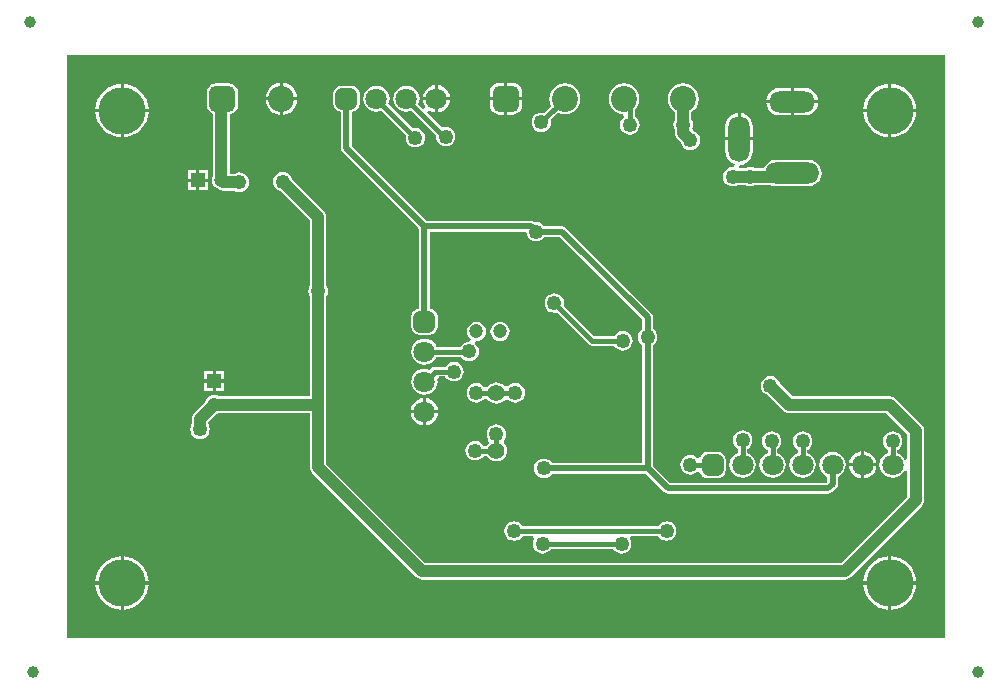
<source format=gbl>
G04*
G04 #@! TF.GenerationSoftware,Altium Limited,Altium Designer,18.1.1 (9)*
G04*
G04 Layer_Physical_Order=2*
G04 Layer_Color=16711680*
%FSLAX42Y42*%
%MOMM*%
G71*
G01*
G75*
%ADD44C,1.20*%
%ADD66C,0.40*%
%ADD67C,0.50*%
%ADD68C,1.00*%
%ADD69C,0.25*%
%ADD71C,1.00*%
%ADD72C,1.40*%
%ADD73C,2.20*%
G04:AMPARAMS|DCode=74|XSize=2.2mm|YSize=2.2mm|CornerRadius=0.55mm|HoleSize=0mm|Usage=FLASHONLY|Rotation=0.000|XOffset=0mm|YOffset=0mm|HoleType=Round|Shape=RoundedRectangle|*
%AMROUNDEDRECTD74*
21,1,2.20,1.10,0,0,0.0*
21,1,1.10,2.20,0,0,0.0*
1,1,1.10,0.55,-0.55*
1,1,1.10,-0.55,-0.55*
1,1,1.10,-0.55,0.55*
1,1,1.10,0.55,0.55*
%
%ADD74ROUNDEDRECTD74*%
%ADD75C,1.80*%
G04:AMPARAMS|DCode=76|XSize=1.8mm|YSize=1.8mm|CornerRadius=0.45mm|HoleSize=0mm|Usage=FLASHONLY|Rotation=0.000|XOffset=0mm|YOffset=0mm|HoleType=Round|Shape=RoundedRectangle|*
%AMROUNDEDRECTD76*
21,1,1.80,0.90,0,0,0.0*
21,1,0.90,1.80,0,0,0.0*
1,1,0.90,0.45,-0.45*
1,1,0.90,-0.45,-0.45*
1,1,0.90,-0.45,0.45*
1,1,0.90,0.45,0.45*
%
%ADD76ROUNDEDRECTD76*%
G04:AMPARAMS|DCode=77|XSize=1.8mm|YSize=1.8mm|CornerRadius=0.45mm|HoleSize=0mm|Usage=FLASHONLY|Rotation=270.000|XOffset=0mm|YOffset=0mm|HoleType=Round|Shape=RoundedRectangle|*
%AMROUNDEDRECTD77*
21,1,1.80,0.90,0,0,270.0*
21,1,0.90,1.80,0,0,270.0*
1,1,0.90,-0.45,-0.45*
1,1,0.90,-0.45,0.45*
1,1,0.90,0.45,0.45*
1,1,0.90,0.45,-0.45*
%
%ADD77ROUNDEDRECTD77*%
%ADD78O,4.60X1.80*%
%ADD79O,1.80X3.90*%
%ADD80O,3.90X1.80*%
%ADD81R,1.20X1.20*%
%ADD82R,1.20X1.20*%
%ADD83C,4.00*%
%ADD84C,1.25*%
%ADD85C,0.40*%
G36*
X7467Y33D02*
X33D01*
Y4967D01*
X7467D01*
Y33D01*
D02*
G37*
%LPC*%
G36*
X3805Y4736D02*
X3763D01*
Y4613D01*
X3886D01*
Y4655D01*
X3883Y4676D01*
X3875Y4696D01*
X3862Y4712D01*
X3846Y4725D01*
X3826Y4733D01*
X3805Y4736D01*
D02*
G37*
G36*
X3737D02*
X3695D01*
X3674Y4733D01*
X3654Y4725D01*
X3638Y4712D01*
X3625Y4696D01*
X3617Y4676D01*
X3614Y4655D01*
Y4613D01*
X3737D01*
Y4736D01*
D02*
G37*
G36*
X3175Y4715D02*
Y4613D01*
X3277D01*
X3274Y4630D01*
X3263Y4658D01*
X3244Y4682D01*
X3220Y4701D01*
X3192Y4712D01*
X3175Y4715D01*
D02*
G37*
G36*
X3149D02*
X3132Y4712D01*
X3104Y4701D01*
X3080Y4682D01*
X3061Y4658D01*
X3050Y4630D01*
X3047Y4613D01*
X3149D01*
Y4715D01*
D02*
G37*
G36*
X1863Y4735D02*
Y4613D01*
X1985D01*
X1982Y4635D01*
X1968Y4668D01*
X1947Y4697D01*
X1918Y4718D01*
X1885Y4732D01*
X1863Y4735D01*
D02*
G37*
G36*
X1837D02*
X1815Y4732D01*
X1782Y4718D01*
X1753Y4697D01*
X1732Y4668D01*
X1718Y4635D01*
X1715Y4613D01*
X1837D01*
Y4735D01*
D02*
G37*
G36*
X6280Y4691D02*
X6188D01*
Y4588D01*
X6395D01*
X6392Y4605D01*
X6381Y4633D01*
X6362Y4657D01*
X6338Y4676D01*
X6310Y4687D01*
X6280Y4691D01*
D02*
G37*
G36*
X6162D02*
X6070D01*
X6040Y4687D01*
X6012Y4676D01*
X5988Y4657D01*
X5969Y4633D01*
X5958Y4605D01*
X5955Y4588D01*
X6162D01*
Y4691D01*
D02*
G37*
G36*
X7013Y4725D02*
Y4513D01*
X7225D01*
X7222Y4544D01*
X7209Y4587D01*
X7188Y4626D01*
X7160Y4660D01*
X7126Y4688D01*
X7087Y4709D01*
X7044Y4722D01*
X7013Y4725D01*
D02*
G37*
G36*
X6987D02*
X6956Y4722D01*
X6913Y4709D01*
X6874Y4688D01*
X6840Y4660D01*
X6812Y4626D01*
X6791Y4587D01*
X6778Y4544D01*
X6775Y4513D01*
X6987D01*
Y4725D01*
D02*
G37*
G36*
X513D02*
Y4513D01*
X725D01*
X722Y4544D01*
X709Y4587D01*
X688Y4626D01*
X660Y4660D01*
X626Y4688D01*
X587Y4709D01*
X544Y4722D01*
X513Y4725D01*
D02*
G37*
G36*
X487D02*
X456Y4722D01*
X413Y4709D01*
X374Y4688D01*
X340Y4660D01*
X312Y4626D01*
X291Y4587D01*
X278Y4544D01*
X275Y4513D01*
X487D01*
Y4725D01*
D02*
G37*
G36*
X3277Y4587D02*
X3175D01*
Y4485D01*
X3192Y4488D01*
X3220Y4499D01*
X3244Y4518D01*
X3263Y4542D01*
X3274Y4570D01*
X3277Y4587D01*
D02*
G37*
G36*
X2908Y4711D02*
X2879Y4707D01*
X2853Y4696D01*
X2830Y4678D01*
X2812Y4655D01*
X2801Y4629D01*
X2797Y4600D01*
X2801Y4571D01*
X2812Y4545D01*
X2830Y4522D01*
X2853Y4504D01*
X2879Y4493D01*
X2908Y4489D01*
X2937Y4493D01*
X2951Y4499D01*
X3158Y4292D01*
X3157Y4280D01*
X3160Y4258D01*
X3168Y4238D01*
X3181Y4221D01*
X3198Y4208D01*
X3218Y4200D01*
X3240Y4197D01*
X3262Y4200D01*
X3282Y4208D01*
X3299Y4221D01*
X3312Y4238D01*
X3320Y4258D01*
X3323Y4280D01*
X3320Y4302D01*
X3312Y4322D01*
X3299Y4339D01*
X3282Y4352D01*
X3262Y4360D01*
X3240Y4363D01*
X3218Y4360D01*
X3209Y4357D01*
X3079Y4487D01*
X3095Y4506D01*
X3104Y4499D01*
X3132Y4488D01*
X3149Y4485D01*
Y4587D01*
X3047D01*
X3050Y4570D01*
X3061Y4542D01*
X3068Y4533D01*
X3049Y4517D01*
X3009Y4557D01*
X3015Y4571D01*
X3019Y4600D01*
X3015Y4629D01*
X3004Y4655D01*
X2986Y4678D01*
X2963Y4696D01*
X2937Y4707D01*
X2908Y4711D01*
D02*
G37*
G36*
X4250Y4731D02*
X4216Y4727D01*
X4184Y4714D01*
X4157Y4693D01*
X4136Y4666D01*
X4123Y4634D01*
X4119Y4600D01*
X4123Y4566D01*
X4134Y4541D01*
X4072Y4480D01*
X4072Y4480D01*
X4050Y4483D01*
X4028Y4480D01*
X4008Y4472D01*
X3991Y4459D01*
X3978Y4442D01*
X3970Y4422D01*
X3967Y4400D01*
X3970Y4378D01*
X3978Y4358D01*
X3991Y4341D01*
X4008Y4328D01*
X4028Y4320D01*
X4050Y4317D01*
X4072Y4320D01*
X4092Y4328D01*
X4109Y4341D01*
X4122Y4358D01*
X4130Y4378D01*
X4133Y4400D01*
X4130Y4422D01*
X4130Y4422D01*
X4191Y4484D01*
X4216Y4473D01*
X4250Y4469D01*
X4284Y4473D01*
X4316Y4486D01*
X4343Y4507D01*
X4364Y4534D01*
X4377Y4566D01*
X4381Y4600D01*
X4377Y4634D01*
X4364Y4666D01*
X4343Y4693D01*
X4316Y4714D01*
X4284Y4727D01*
X4250Y4731D01*
D02*
G37*
G36*
X1985Y4587D02*
X1863D01*
Y4465D01*
X1885Y4468D01*
X1918Y4482D01*
X1947Y4503D01*
X1968Y4532D01*
X1982Y4565D01*
X1985Y4587D01*
D02*
G37*
G36*
X1837D02*
X1715D01*
X1718Y4565D01*
X1732Y4532D01*
X1753Y4503D01*
X1782Y4482D01*
X1815Y4468D01*
X1837Y4465D01*
Y4587D01*
D02*
G37*
G36*
X3886D02*
X3763D01*
Y4464D01*
X3805D01*
X3826Y4467D01*
X3846Y4475D01*
X3862Y4488D01*
X3875Y4504D01*
X3883Y4524D01*
X3886Y4545D01*
Y4587D01*
D02*
G37*
G36*
X3737D02*
X3614D01*
Y4545D01*
X3617Y4524D01*
X3625Y4504D01*
X3638Y4488D01*
X3654Y4475D01*
X3674Y4467D01*
X3695Y4464D01*
X3737D01*
Y4587D01*
D02*
G37*
G36*
X6395Y4562D02*
X6188D01*
Y4459D01*
X6280D01*
X6310Y4463D01*
X6338Y4474D01*
X6362Y4493D01*
X6381Y4517D01*
X6392Y4545D01*
X6395Y4562D01*
D02*
G37*
G36*
X6162D02*
X5955D01*
X5958Y4545D01*
X5969Y4517D01*
X5988Y4493D01*
X6012Y4474D01*
X6040Y4463D01*
X6070Y4459D01*
X6162D01*
Y4562D01*
D02*
G37*
G36*
X4750Y4731D02*
X4716Y4727D01*
X4684Y4714D01*
X4657Y4693D01*
X4636Y4666D01*
X4623Y4634D01*
X4619Y4600D01*
X4623Y4566D01*
X4636Y4534D01*
X4657Y4507D01*
X4684Y4486D01*
X4716Y4473D01*
X4741Y4470D01*
X4749Y4445D01*
X4741Y4439D01*
X4728Y4422D01*
X4720Y4402D01*
X4717Y4380D01*
X4720Y4358D01*
X4728Y4338D01*
X4741Y4321D01*
X4758Y4308D01*
X4778Y4300D01*
X4800Y4297D01*
X4822Y4300D01*
X4842Y4308D01*
X4859Y4321D01*
X4872Y4338D01*
X4880Y4358D01*
X4883Y4380D01*
X4880Y4402D01*
X4872Y4422D01*
X4859Y4439D01*
X4842Y4452D01*
X4841Y4452D01*
Y4506D01*
X4843Y4507D01*
X4864Y4534D01*
X4877Y4566D01*
X4881Y4600D01*
X4877Y4634D01*
X4864Y4666D01*
X4843Y4693D01*
X4816Y4714D01*
X4784Y4727D01*
X4750Y4731D01*
D02*
G37*
G36*
X7225Y4487D02*
X7013D01*
Y4275D01*
X7044Y4278D01*
X7087Y4291D01*
X7126Y4312D01*
X7160Y4340D01*
X7188Y4374D01*
X7209Y4413D01*
X7222Y4456D01*
X7225Y4487D01*
D02*
G37*
G36*
X6987D02*
X6775D01*
X6778Y4456D01*
X6791Y4413D01*
X6812Y4374D01*
X6840Y4340D01*
X6874Y4312D01*
X6913Y4291D01*
X6956Y4278D01*
X6987Y4275D01*
Y4487D01*
D02*
G37*
G36*
X725D02*
X513D01*
Y4275D01*
X544Y4278D01*
X587Y4291D01*
X626Y4312D01*
X660Y4340D01*
X688Y4374D01*
X709Y4413D01*
X722Y4456D01*
X725Y4487D01*
D02*
G37*
G36*
X487D02*
X275D01*
X278Y4456D01*
X291Y4413D01*
X312Y4374D01*
X340Y4340D01*
X374Y4312D01*
X413Y4291D01*
X456Y4278D01*
X487Y4275D01*
Y4487D01*
D02*
G37*
G36*
X5738Y4480D02*
Y4273D01*
X5841D01*
Y4365D01*
X5837Y4395D01*
X5826Y4423D01*
X5807Y4447D01*
X5783Y4466D01*
X5755Y4477D01*
X5738Y4480D01*
D02*
G37*
G36*
X5712Y4480D02*
X5695Y4477D01*
X5667Y4466D01*
X5643Y4447D01*
X5624Y4423D01*
X5613Y4395D01*
X5609Y4365D01*
Y4273D01*
X5712D01*
Y4480D01*
D02*
G37*
G36*
X2654Y4711D02*
X2625Y4707D01*
X2599Y4696D01*
X2576Y4678D01*
X2558Y4655D01*
X2547Y4629D01*
X2543Y4600D01*
X2547Y4571D01*
X2558Y4545D01*
X2576Y4522D01*
X2599Y4504D01*
X2625Y4493D01*
X2654Y4489D01*
X2683Y4493D01*
X2697Y4499D01*
X2904Y4292D01*
X2904Y4292D01*
X2901Y4270D01*
X2904Y4248D01*
X2912Y4228D01*
X2925Y4211D01*
X2942Y4198D01*
X2962Y4190D01*
X2984Y4187D01*
X3006Y4190D01*
X3026Y4198D01*
X3043Y4211D01*
X3056Y4228D01*
X3064Y4248D01*
X3067Y4270D01*
X3064Y4292D01*
X3056Y4312D01*
X3043Y4329D01*
X3026Y4342D01*
X3006Y4350D01*
X2984Y4353D01*
X2962Y4350D01*
X2962Y4350D01*
X2755Y4557D01*
X2761Y4571D01*
X2765Y4600D01*
X2761Y4629D01*
X2750Y4655D01*
X2732Y4678D01*
X2709Y4696D01*
X2683Y4707D01*
X2654Y4711D01*
D02*
G37*
G36*
X5250Y4731D02*
X5216Y4727D01*
X5184Y4714D01*
X5157Y4693D01*
X5136Y4666D01*
X5123Y4634D01*
X5119Y4600D01*
X5123Y4566D01*
X5136Y4534D01*
X5157Y4507D01*
X5179Y4490D01*
Y4424D01*
X5178Y4422D01*
X5170Y4402D01*
X5167Y4380D01*
X5170Y4358D01*
X5178Y4338D01*
X5179Y4336D01*
Y4310D01*
X5182Y4292D01*
X5189Y4275D01*
X5200Y4260D01*
X5229Y4231D01*
X5230Y4228D01*
X5238Y4208D01*
X5251Y4191D01*
X5268Y4178D01*
X5288Y4170D01*
X5310Y4167D01*
X5332Y4170D01*
X5352Y4178D01*
X5369Y4191D01*
X5382Y4208D01*
X5390Y4228D01*
X5393Y4250D01*
X5390Y4272D01*
X5382Y4292D01*
X5369Y4309D01*
X5352Y4322D01*
X5343Y4326D01*
X5331Y4333D01*
X5329Y4354D01*
X5330Y4358D01*
X5333Y4380D01*
X5330Y4402D01*
X5322Y4422D01*
X5321Y4424D01*
Y4490D01*
X5343Y4507D01*
X5364Y4534D01*
X5377Y4566D01*
X5381Y4600D01*
X5377Y4634D01*
X5364Y4666D01*
X5343Y4693D01*
X5316Y4714D01*
X5284Y4727D01*
X5250Y4731D01*
D02*
G37*
G36*
X5841Y4247D02*
X5725D01*
X5609D01*
Y4155D01*
X5613Y4125D01*
X5624Y4097D01*
X5643Y4073D01*
X5667Y4054D01*
X5683Y4047D01*
X5686Y4046D01*
X5681Y4029D01*
D01*
X5679Y4022D01*
X5677Y4022D01*
X5670Y4023D01*
X5648Y4020D01*
X5628Y4012D01*
X5611Y3999D01*
X5598Y3982D01*
X5590Y3962D01*
X5587Y3940D01*
X5590Y3918D01*
X5598Y3898D01*
X5611Y3881D01*
X5628Y3868D01*
X5648Y3860D01*
X5670Y3857D01*
X5692Y3860D01*
X5712Y3868D01*
X5714Y3869D01*
X5776D01*
X5778Y3868D01*
X5798Y3860D01*
X5820Y3857D01*
X5842Y3860D01*
X5862Y3868D01*
X5864Y3869D01*
X5990D01*
X6006Y3863D01*
X6035Y3859D01*
X6315D01*
X6344Y3863D01*
X6370Y3874D01*
X6393Y3892D01*
X6411Y3915D01*
X6422Y3941D01*
X6426Y3970D01*
X6422Y3999D01*
X6411Y4025D01*
X6393Y4048D01*
X6370Y4066D01*
X6344Y4077D01*
X6315Y4081D01*
X6035D01*
X6006Y4077D01*
X5980Y4066D01*
X5957Y4048D01*
X5939Y4025D01*
X5933Y4011D01*
X5864D01*
X5862Y4012D01*
X5842Y4020D01*
X5820Y4023D01*
X5798Y4020D01*
X5778Y4012D01*
X5776Y4011D01*
X5725D01*
X5722Y4014D01*
X5723Y4022D01*
X5732Y4040D01*
X5755Y4043D01*
X5783Y4054D01*
X5807Y4073D01*
X5826Y4097D01*
X5837Y4125D01*
X5841Y4155D01*
Y4247D01*
D02*
G37*
G36*
X1225Y3995D02*
X1153D01*
Y3923D01*
X1225D01*
Y3995D01*
D02*
G37*
G36*
X1127D02*
X1055D01*
Y3923D01*
X1127D01*
Y3995D01*
D02*
G37*
G36*
X1225Y3897D02*
X1153D01*
Y3825D01*
X1225D01*
Y3897D01*
D02*
G37*
G36*
X1127D02*
X1055D01*
Y3825D01*
X1127D01*
Y3897D01*
D02*
G37*
G36*
X1405Y4731D02*
X1295D01*
X1275Y4728D01*
X1257Y4721D01*
X1242Y4708D01*
X1229Y4693D01*
X1222Y4675D01*
X1219Y4655D01*
Y4545D01*
X1222Y4525D01*
X1229Y4507D01*
X1242Y4492D01*
X1257Y4479D01*
X1269Y4474D01*
Y3949D01*
X1262Y3931D01*
X1259Y3910D01*
X1262Y3889D01*
X1270Y3870D01*
X1283Y3853D01*
X1300Y3840D01*
X1319Y3832D01*
X1322Y3832D01*
X1322Y3831D01*
X1339Y3824D01*
X1357Y3822D01*
X1448D01*
X1450Y3820D01*
X1470Y3812D01*
X1491Y3809D01*
X1513Y3812D01*
X1533Y3820D01*
X1550Y3834D01*
X1563Y3851D01*
X1572Y3871D01*
X1574Y3892D01*
X1572Y3914D01*
X1563Y3934D01*
X1550Y3951D01*
X1533Y3965D01*
X1513Y3973D01*
X1491Y3976D01*
X1470Y3973D01*
X1450Y3965D01*
X1448Y3963D01*
X1411D01*
Y4470D01*
X1425Y4472D01*
X1443Y4479D01*
X1458Y4492D01*
X1471Y4507D01*
X1478Y4525D01*
X1481Y4545D01*
Y4655D01*
X1478Y4675D01*
X1471Y4693D01*
X1458Y4708D01*
X1443Y4721D01*
X1425Y4728D01*
X1405Y4731D01*
D02*
G37*
G36*
X3700Y2711D02*
X3679Y2708D01*
X3660Y2700D01*
X3643Y2687D01*
X3630Y2670D01*
X3622Y2651D01*
X3619Y2630D01*
X3622Y2609D01*
X3630Y2590D01*
X3643Y2573D01*
X3660Y2560D01*
X3679Y2552D01*
X3700Y2549D01*
X3721Y2552D01*
X3740Y2560D01*
X3757Y2573D01*
X3770Y2590D01*
X3778Y2609D01*
X3781Y2630D01*
X3778Y2651D01*
X3770Y2670D01*
X3757Y2687D01*
X3740Y2700D01*
X3721Y2708D01*
X3700Y2711D01*
D02*
G37*
G36*
X3500D02*
X3479Y2708D01*
X3460Y2700D01*
X3443Y2687D01*
X3430Y2670D01*
X3422Y2651D01*
X3419Y2630D01*
X3422Y2609D01*
X3430Y2590D01*
X3443Y2573D01*
X3451Y2567D01*
X3441Y2543D01*
X3440Y2543D01*
X3418Y2540D01*
X3398Y2532D01*
X3381Y2519D01*
X3368Y2502D01*
X3367Y2499D01*
X3162D01*
X3156Y2513D01*
X3138Y2536D01*
X3115Y2554D01*
X3089Y2565D01*
X3060Y2569D01*
X3031Y2565D01*
X3005Y2554D01*
X2982Y2536D01*
X2964Y2513D01*
X2953Y2487D01*
X2949Y2458D01*
X2953Y2429D01*
X2964Y2403D01*
X2982Y2380D01*
X3005Y2362D01*
X3031Y2351D01*
X3060Y2347D01*
X3089Y2351D01*
X3115Y2362D01*
X3138Y2380D01*
X3156Y2403D01*
X3162Y2417D01*
X3369D01*
X3381Y2401D01*
X3398Y2388D01*
X3418Y2380D01*
X3440Y2377D01*
X3462Y2380D01*
X3482Y2388D01*
X3499Y2401D01*
X3512Y2418D01*
X3520Y2438D01*
X3523Y2460D01*
X3520Y2482D01*
X3512Y2502D01*
X3499Y2519D01*
X3490Y2525D01*
X3500Y2549D01*
X3500Y2549D01*
X3521Y2552D01*
X3540Y2560D01*
X3557Y2573D01*
X3570Y2590D01*
X3578Y2609D01*
X3581Y2630D01*
X3578Y2651D01*
X3570Y2670D01*
X3557Y2687D01*
X3540Y2700D01*
X3521Y2708D01*
X3500Y2711D01*
D02*
G37*
G36*
X4160Y2953D02*
X4138Y2950D01*
X4118Y2942D01*
X4101Y2929D01*
X4088Y2912D01*
X4080Y2892D01*
X4077Y2870D01*
X4080Y2848D01*
X4088Y2828D01*
X4101Y2811D01*
X4118Y2798D01*
X4138Y2790D01*
X4160Y2787D01*
X4182Y2790D01*
X4182Y2790D01*
X4451Y2521D01*
X4464Y2512D01*
X4480Y2509D01*
X4480Y2509D01*
X4668D01*
X4668Y2508D01*
X4681Y2491D01*
X4698Y2478D01*
X4718Y2470D01*
X4740Y2467D01*
X4762Y2470D01*
X4782Y2478D01*
X4799Y2491D01*
X4812Y2508D01*
X4820Y2528D01*
X4823Y2550D01*
X4820Y2572D01*
X4812Y2592D01*
X4799Y2609D01*
X4782Y2622D01*
X4762Y2630D01*
X4740Y2633D01*
X4718Y2630D01*
X4698Y2622D01*
X4681Y2609D01*
X4668Y2592D01*
X4668Y2591D01*
X4497D01*
X4240Y2848D01*
X4240Y2848D01*
X4243Y2870D01*
X4240Y2892D01*
X4232Y2912D01*
X4219Y2929D01*
X4202Y2942D01*
X4182Y2950D01*
X4160Y2953D01*
D02*
G37*
G36*
X3310Y2373D02*
X3288Y2370D01*
X3268Y2362D01*
X3251Y2349D01*
X3238Y2332D01*
X3238Y2331D01*
X3146D01*
X3146Y2331D01*
X3130Y2328D01*
X3117Y2319D01*
X3117Y2319D01*
X3103Y2305D01*
X3089Y2311D01*
X3060Y2315D01*
X3031Y2311D01*
X3005Y2300D01*
X2982Y2282D01*
X2964Y2259D01*
X2953Y2233D01*
X2949Y2204D01*
X2953Y2175D01*
X2964Y2149D01*
X2982Y2126D01*
X3005Y2108D01*
X3031Y2097D01*
X3060Y2093D01*
X3089Y2097D01*
X3115Y2108D01*
X3138Y2126D01*
X3156Y2149D01*
X3167Y2175D01*
X3171Y2204D01*
X3168Y2224D01*
X3181Y2244D01*
X3187Y2249D01*
X3238D01*
X3238Y2248D01*
X3251Y2231D01*
X3268Y2218D01*
X3288Y2210D01*
X3310Y2207D01*
X3332Y2210D01*
X3352Y2218D01*
X3369Y2231D01*
X3382Y2248D01*
X3390Y2268D01*
X3393Y2290D01*
X3390Y2312D01*
X3382Y2332D01*
X3369Y2349D01*
X3352Y2362D01*
X3332Y2370D01*
X3310Y2373D01*
D02*
G37*
G36*
X1365Y2295D02*
X1293D01*
Y2223D01*
X1365D01*
Y2295D01*
D02*
G37*
G36*
X1267D02*
X1195D01*
Y2223D01*
X1267D01*
Y2295D01*
D02*
G37*
G36*
X3670Y2199D02*
X3647Y2196D01*
X3625Y2187D01*
X3606Y2172D01*
X3596Y2159D01*
X3589Y2157D01*
X3576Y2157D01*
X3567Y2159D01*
X3559Y2169D01*
X3542Y2182D01*
X3522Y2190D01*
X3500Y2193D01*
X3478Y2190D01*
X3458Y2182D01*
X3441Y2169D01*
X3428Y2152D01*
X3420Y2132D01*
X3417Y2110D01*
X3420Y2088D01*
X3428Y2068D01*
X3441Y2051D01*
X3458Y2038D01*
X3478Y2030D01*
X3500Y2027D01*
X3522Y2030D01*
X3542Y2038D01*
X3559Y2051D01*
X3566Y2061D01*
X3577Y2062D01*
X3593Y2060D01*
X3606Y2044D01*
X3625Y2029D01*
X3647Y2020D01*
X3670Y2017D01*
X3693Y2020D01*
X3715Y2029D01*
X3734Y2044D01*
X3740Y2051D01*
X3769Y2053D01*
X3771Y2052D01*
X3771Y2051D01*
X3788Y2038D01*
X3808Y2030D01*
X3830Y2027D01*
X3852Y2030D01*
X3872Y2038D01*
X3889Y2051D01*
X3902Y2068D01*
X3910Y2088D01*
X3913Y2110D01*
X3910Y2132D01*
X3902Y2152D01*
X3889Y2169D01*
X3872Y2182D01*
X3852Y2190D01*
X3830Y2193D01*
X3808Y2190D01*
X3788Y2182D01*
X3771Y2169D01*
X3769Y2166D01*
X3738Y2167D01*
X3734Y2172D01*
X3715Y2187D01*
X3693Y2196D01*
X3670Y2199D01*
D02*
G37*
G36*
X1365Y2197D02*
X1293D01*
Y2125D01*
X1365D01*
Y2197D01*
D02*
G37*
G36*
X1267D02*
X1195D01*
Y2125D01*
X1267D01*
Y2197D01*
D02*
G37*
G36*
X1859Y3983D02*
X1838Y3980D01*
X1818Y3972D01*
X1801Y3958D01*
X1787Y3941D01*
X1779Y3921D01*
X1776Y3899D01*
X1779Y3878D01*
X1787Y3858D01*
X1801Y3841D01*
X1818Y3827D01*
X1838Y3819D01*
X1840Y3819D01*
X2089Y3570D01*
Y3013D01*
X2087Y3011D01*
X2079Y2991D01*
X2076Y2969D01*
X2079Y2948D01*
X2087Y2928D01*
X2089Y2926D01*
Y2081D01*
X1319D01*
X1301Y2088D01*
X1280Y2091D01*
X1259Y2088D01*
X1240Y2080D01*
X1223Y2067D01*
X1210Y2050D01*
X1203Y2033D01*
X1110Y1940D01*
X1099Y1925D01*
X1092Y1908D01*
X1089Y1890D01*
Y1844D01*
X1088Y1842D01*
X1080Y1822D01*
X1077Y1800D01*
X1080Y1778D01*
X1088Y1758D01*
X1101Y1741D01*
X1118Y1728D01*
X1138Y1720D01*
X1160Y1717D01*
X1182Y1720D01*
X1202Y1728D01*
X1219Y1741D01*
X1232Y1758D01*
X1240Y1778D01*
X1243Y1800D01*
X1240Y1822D01*
X1232Y1842D01*
X1231Y1844D01*
Y1861D01*
X1303Y1933D01*
X1319Y1939D01*
X2089D01*
Y1480D01*
X2091Y1462D01*
X2098Y1445D01*
X2110Y1430D01*
X2990Y550D01*
X3004Y539D01*
X3021Y532D01*
X3040Y529D01*
X6620D01*
X6638Y532D01*
X6655Y539D01*
X6670Y550D01*
X7270Y1150D01*
X7281Y1165D01*
X7288Y1182D01*
X7291Y1200D01*
Y1790D01*
X7288Y1808D01*
X7281Y1825D01*
X7270Y1840D01*
X7050Y2060D01*
X7035Y2071D01*
X7018Y2078D01*
X7000Y2081D01*
X6179D01*
X6071Y2189D01*
X6070Y2192D01*
X6062Y2212D01*
X6049Y2229D01*
X6032Y2242D01*
X6012Y2250D01*
X5990Y2253D01*
X5968Y2250D01*
X5948Y2242D01*
X5931Y2229D01*
X5918Y2212D01*
X5910Y2192D01*
X5907Y2170D01*
X5910Y2148D01*
X5918Y2128D01*
X5931Y2111D01*
X5948Y2098D01*
X5968Y2090D01*
X5971Y2089D01*
X6100Y1960D01*
X6115Y1949D01*
X6132Y1942D01*
X6150Y1939D01*
X6971D01*
X7149Y1761D01*
Y1550D01*
X7124Y1545D01*
X7120Y1555D01*
X7102Y1578D01*
X7079Y1596D01*
X7065Y1602D01*
Y1628D01*
X7066Y1628D01*
X7083Y1641D01*
X7096Y1658D01*
X7104Y1678D01*
X7107Y1700D01*
X7104Y1722D01*
X7096Y1742D01*
X7083Y1759D01*
X7066Y1772D01*
X7046Y1780D01*
X7024Y1783D01*
X7002Y1780D01*
X6982Y1772D01*
X6965Y1759D01*
X6952Y1742D01*
X6944Y1722D01*
X6941Y1700D01*
X6944Y1678D01*
X6952Y1658D01*
X6965Y1641D01*
X6982Y1628D01*
X6983Y1628D01*
Y1602D01*
X6969Y1596D01*
X6946Y1578D01*
X6928Y1555D01*
X6917Y1529D01*
X6913Y1500D01*
X6917Y1471D01*
X6928Y1445D01*
X6946Y1422D01*
X6969Y1404D01*
X6995Y1393D01*
X7024Y1389D01*
X7053Y1393D01*
X7079Y1404D01*
X7102Y1422D01*
X7120Y1445D01*
X7124Y1455D01*
X7149Y1450D01*
Y1229D01*
X6591Y671D01*
X3069D01*
X2230Y1509D01*
Y2926D01*
X2232Y2928D01*
X2240Y2948D01*
X2243Y2969D01*
X2240Y2991D01*
X2232Y3011D01*
X2230Y3013D01*
Y3599D01*
X2228Y3618D01*
X2221Y3635D01*
X2209Y3649D01*
X1940Y3919D01*
X1940Y3921D01*
X1932Y3941D01*
X1918Y3958D01*
X1901Y3972D01*
X1881Y3980D01*
X1859Y3983D01*
D02*
G37*
G36*
X3073Y2065D02*
Y1963D01*
X3175D01*
X3172Y1980D01*
X3161Y2008D01*
X3142Y2032D01*
X3118Y2051D01*
X3090Y2062D01*
X3073Y2065D01*
D02*
G37*
G36*
X3047Y2065D02*
X3030Y2062D01*
X3002Y2051D01*
X2978Y2032D01*
X2959Y2008D01*
X2948Y1980D01*
X2945Y1963D01*
X3047D01*
Y2065D01*
D02*
G37*
G36*
X3175Y1937D02*
X3073D01*
Y1835D01*
X3090Y1838D01*
X3118Y1849D01*
X3142Y1868D01*
X3161Y1892D01*
X3172Y1920D01*
X3175Y1937D01*
D02*
G37*
G36*
X3047D02*
X2945D01*
X2948Y1920D01*
X2959Y1892D01*
X2978Y1868D01*
X3002Y1849D01*
X3030Y1838D01*
X3047Y1835D01*
Y1937D01*
D02*
G37*
G36*
X3670Y1843D02*
X3648Y1840D01*
X3628Y1832D01*
X3611Y1819D01*
X3598Y1802D01*
X3590Y1782D01*
X3587Y1760D01*
X3590Y1738D01*
X3598Y1718D01*
X3602Y1713D01*
X3606Y1684D01*
X3591Y1665D01*
X3589Y1661D01*
X3562D01*
X3562Y1662D01*
X3549Y1679D01*
X3532Y1692D01*
X3512Y1700D01*
X3490Y1703D01*
X3468Y1700D01*
X3448Y1692D01*
X3431Y1679D01*
X3418Y1662D01*
X3410Y1642D01*
X3407Y1620D01*
X3410Y1598D01*
X3418Y1578D01*
X3431Y1561D01*
X3448Y1548D01*
X3468Y1540D01*
X3490Y1537D01*
X3512Y1540D01*
X3532Y1548D01*
X3549Y1561D01*
X3562Y1578D01*
X3562Y1579D01*
X3589D01*
X3591Y1575D01*
X3606Y1556D01*
X3625Y1541D01*
X3647Y1532D01*
X3670Y1529D01*
X3693Y1532D01*
X3715Y1541D01*
X3734Y1556D01*
X3749Y1575D01*
X3758Y1597D01*
X3761Y1620D01*
X3758Y1643D01*
X3749Y1665D01*
X3734Y1684D01*
X3738Y1713D01*
X3742Y1718D01*
X3750Y1738D01*
X3753Y1760D01*
X3750Y1782D01*
X3742Y1802D01*
X3729Y1819D01*
X3712Y1832D01*
X3692Y1840D01*
X3670Y1843D01*
D02*
G37*
G36*
X5545Y1611D02*
X5455D01*
X5438Y1608D01*
X5422Y1602D01*
X5409Y1591D01*
X5398Y1578D01*
X5394Y1567D01*
X5376Y1561D01*
X5366Y1561D01*
X5352Y1572D01*
X5332Y1580D01*
X5310Y1583D01*
X5288Y1580D01*
X5268Y1572D01*
X5251Y1559D01*
X5238Y1542D01*
X5230Y1522D01*
X5227Y1500D01*
X5230Y1478D01*
X5238Y1458D01*
X5251Y1441D01*
X5268Y1428D01*
X5288Y1420D01*
X5310Y1417D01*
X5332Y1420D01*
X5352Y1428D01*
X5366Y1439D01*
X5376Y1439D01*
X5394Y1433D01*
X5398Y1422D01*
X5409Y1409D01*
X5422Y1398D01*
X5438Y1392D01*
X5455Y1389D01*
X5545D01*
X5562Y1392D01*
X5578Y1398D01*
X5591Y1409D01*
X5602Y1422D01*
X5608Y1438D01*
X5611Y1455D01*
Y1545D01*
X5608Y1562D01*
X5602Y1578D01*
X5591Y1591D01*
X5578Y1602D01*
X5562Y1608D01*
X5545Y1611D01*
D02*
G37*
G36*
X2445Y4711D02*
X2355D01*
X2338Y4708D01*
X2322Y4702D01*
X2309Y4691D01*
X2298Y4678D01*
X2292Y4662D01*
X2289Y4645D01*
Y4555D01*
X2292Y4538D01*
X2298Y4522D01*
X2309Y4509D01*
X2322Y4498D01*
X2338Y4492D01*
X2354Y4490D01*
Y4180D01*
X2358Y4162D01*
X2368Y4148D01*
X3014Y3501D01*
Y2822D01*
X2998Y2820D01*
X2982Y2814D01*
X2969Y2803D01*
X2958Y2790D01*
X2952Y2774D01*
X2949Y2757D01*
Y2667D01*
X2952Y2650D01*
X2958Y2634D01*
X2969Y2621D01*
X2982Y2610D01*
X2998Y2604D01*
X3015Y2601D01*
X3105D01*
X3122Y2604D01*
X3138Y2610D01*
X3151Y2621D01*
X3162Y2634D01*
X3168Y2650D01*
X3171Y2667D01*
Y2757D01*
X3168Y2774D01*
X3162Y2790D01*
X3151Y2803D01*
X3138Y2814D01*
X3122Y2820D01*
X3106Y2822D01*
Y3474D01*
X3922D01*
X3925Y3453D01*
X3933Y3433D01*
X3946Y3416D01*
X3963Y3403D01*
X3983Y3395D01*
X4005Y3392D01*
X4027Y3395D01*
X4047Y3403D01*
X4064Y3416D01*
X4074Y3429D01*
X4206D01*
X4904Y2731D01*
Y2649D01*
X4891Y2639D01*
X4878Y2622D01*
X4870Y2602D01*
X4867Y2580D01*
X4870Y2558D01*
X4878Y2538D01*
X4891Y2521D01*
X4904Y2511D01*
Y1516D01*
X4139D01*
X4129Y1529D01*
X4112Y1542D01*
X4092Y1550D01*
X4070Y1553D01*
X4048Y1550D01*
X4028Y1542D01*
X4011Y1529D01*
X3998Y1512D01*
X3990Y1492D01*
X3987Y1470D01*
X3990Y1448D01*
X3998Y1428D01*
X4011Y1411D01*
X4028Y1398D01*
X4048Y1390D01*
X4070Y1387D01*
X4092Y1390D01*
X4112Y1398D01*
X4129Y1411D01*
X4139Y1424D01*
X4931D01*
X5088Y1268D01*
X5102Y1258D01*
X5120Y1254D01*
X6480D01*
X6498Y1258D01*
X6512Y1268D01*
X6548Y1304D01*
X6558Y1318D01*
X6562Y1336D01*
Y1400D01*
X6571Y1404D01*
X6594Y1422D01*
X6612Y1445D01*
X6623Y1471D01*
X6627Y1500D01*
X6623Y1529D01*
X6612Y1555D01*
X6594Y1578D01*
X6571Y1596D01*
X6545Y1607D01*
X6516Y1611D01*
X6487Y1607D01*
X6461Y1596D01*
X6438Y1578D01*
X6420Y1555D01*
X6409Y1529D01*
X6405Y1500D01*
X6409Y1471D01*
X6420Y1445D01*
X6438Y1422D01*
X6461Y1404D01*
X6470Y1400D01*
Y1355D01*
X6461Y1346D01*
X5139D01*
X4996Y1489D01*
Y2511D01*
X5009Y2521D01*
X5022Y2538D01*
X5030Y2558D01*
X5033Y2580D01*
X5030Y2602D01*
X5022Y2622D01*
X5009Y2639D01*
X4996Y2649D01*
Y2750D01*
X4992Y2768D01*
X4982Y2782D01*
X4257Y3507D01*
X4243Y3517D01*
X4225Y3521D01*
X4074D01*
X4064Y3534D01*
X4047Y3547D01*
X4027Y3555D01*
X4005Y3558D01*
X3987Y3556D01*
X3978Y3562D01*
X3960Y3566D01*
X3079D01*
X2446Y4199D01*
Y4490D01*
X2462Y4492D01*
X2478Y4498D01*
X2491Y4509D01*
X2502Y4522D01*
X2508Y4538D01*
X2511Y4555D01*
Y4645D01*
X2508Y4662D01*
X2502Y4678D01*
X2491Y4691D01*
X2478Y4702D01*
X2462Y4708D01*
X2445Y4711D01*
D02*
G37*
G36*
X6783Y1615D02*
Y1513D01*
X6885D01*
X6882Y1530D01*
X6871Y1558D01*
X6852Y1582D01*
X6828Y1601D01*
X6800Y1612D01*
X6783Y1615D01*
D02*
G37*
G36*
X6757D02*
X6740Y1612D01*
X6712Y1601D01*
X6688Y1582D01*
X6669Y1558D01*
X6658Y1530D01*
X6655Y1513D01*
X6757D01*
Y1615D01*
D02*
G37*
G36*
X6262Y1783D02*
X6240Y1780D01*
X6220Y1772D01*
X6203Y1759D01*
X6190Y1742D01*
X6182Y1722D01*
X6179Y1700D01*
X6182Y1678D01*
X6190Y1658D01*
X6203Y1641D01*
X6220Y1628D01*
X6221Y1628D01*
Y1602D01*
X6207Y1596D01*
X6184Y1578D01*
X6166Y1555D01*
X6155Y1529D01*
X6151Y1500D01*
X6155Y1471D01*
X6166Y1445D01*
X6184Y1422D01*
X6207Y1404D01*
X6233Y1393D01*
X6262Y1389D01*
X6291Y1393D01*
X6317Y1404D01*
X6340Y1422D01*
X6358Y1445D01*
X6369Y1471D01*
X6373Y1500D01*
X6369Y1529D01*
X6358Y1555D01*
X6340Y1578D01*
X6317Y1596D01*
X6303Y1602D01*
Y1628D01*
X6304Y1628D01*
X6321Y1641D01*
X6334Y1658D01*
X6342Y1678D01*
X6345Y1700D01*
X6342Y1722D01*
X6334Y1742D01*
X6321Y1759D01*
X6304Y1772D01*
X6284Y1780D01*
X6262Y1783D01*
D02*
G37*
G36*
X6000D02*
X5978Y1780D01*
X5958Y1772D01*
X5941Y1759D01*
X5928Y1742D01*
X5920Y1722D01*
X5917Y1700D01*
X5920Y1678D01*
X5928Y1658D01*
X5941Y1641D01*
X5958Y1628D01*
X5965Y1625D01*
Y1601D01*
X5953Y1596D01*
X5930Y1578D01*
X5912Y1555D01*
X5901Y1529D01*
X5897Y1500D01*
X5901Y1471D01*
X5912Y1445D01*
X5930Y1422D01*
X5953Y1404D01*
X5979Y1393D01*
X6008Y1389D01*
X6037Y1393D01*
X6063Y1404D01*
X6086Y1422D01*
X6104Y1445D01*
X6115Y1471D01*
X6119Y1500D01*
X6115Y1529D01*
X6104Y1555D01*
X6086Y1578D01*
X6063Y1596D01*
X6049Y1602D01*
Y1633D01*
X6059Y1641D01*
X6072Y1658D01*
X6080Y1678D01*
X6083Y1700D01*
X6080Y1722D01*
X6072Y1742D01*
X6059Y1759D01*
X6042Y1772D01*
X6022Y1780D01*
X6000Y1783D01*
D02*
G37*
G36*
X5754Y1793D02*
X5732Y1790D01*
X5712Y1782D01*
X5695Y1769D01*
X5682Y1752D01*
X5674Y1732D01*
X5671Y1710D01*
X5674Y1688D01*
X5682Y1668D01*
X5695Y1651D01*
X5712Y1638D01*
X5713Y1638D01*
Y1602D01*
X5699Y1596D01*
X5676Y1578D01*
X5658Y1555D01*
X5647Y1529D01*
X5643Y1500D01*
X5647Y1471D01*
X5658Y1445D01*
X5676Y1422D01*
X5699Y1404D01*
X5725Y1393D01*
X5754Y1389D01*
X5783Y1393D01*
X5809Y1404D01*
X5832Y1422D01*
X5850Y1445D01*
X5861Y1471D01*
X5865Y1500D01*
X5861Y1529D01*
X5850Y1555D01*
X5832Y1578D01*
X5809Y1596D01*
X5795Y1602D01*
Y1638D01*
X5796Y1638D01*
X5813Y1651D01*
X5826Y1668D01*
X5834Y1688D01*
X5837Y1710D01*
X5834Y1732D01*
X5826Y1752D01*
X5813Y1769D01*
X5796Y1782D01*
X5776Y1790D01*
X5754Y1793D01*
D02*
G37*
G36*
X6885Y1487D02*
X6783D01*
Y1385D01*
X6800Y1388D01*
X6828Y1399D01*
X6852Y1418D01*
X6871Y1442D01*
X6882Y1470D01*
X6885Y1487D01*
D02*
G37*
G36*
X6757D02*
X6655D01*
X6658Y1470D01*
X6669Y1442D01*
X6688Y1418D01*
X6712Y1399D01*
X6740Y1388D01*
X6757Y1385D01*
Y1487D01*
D02*
G37*
G36*
X5110Y1023D02*
X5088Y1020D01*
X5068Y1012D01*
X5051Y999D01*
X5038Y982D01*
X5038Y981D01*
X3892D01*
X3892Y982D01*
X3879Y999D01*
X3862Y1012D01*
X3842Y1020D01*
X3820Y1023D01*
X3798Y1020D01*
X3778Y1012D01*
X3761Y999D01*
X3748Y982D01*
X3740Y962D01*
X3737Y940D01*
X3740Y918D01*
X3748Y898D01*
X3761Y881D01*
X3778Y868D01*
X3798Y860D01*
X3820Y857D01*
X3842Y860D01*
X3862Y868D01*
X3879Y881D01*
X3892Y898D01*
X3892Y899D01*
X3978D01*
X3990Y874D01*
X3988Y872D01*
X3980Y852D01*
X3977Y830D01*
X3980Y808D01*
X3988Y788D01*
X4001Y771D01*
X4018Y758D01*
X4038Y750D01*
X4060Y747D01*
X4082Y750D01*
X4102Y758D01*
X4119Y771D01*
X4132Y788D01*
X4132Y789D01*
X4658D01*
X4658Y788D01*
X4671Y771D01*
X4688Y758D01*
X4708Y750D01*
X4730Y747D01*
X4752Y750D01*
X4772Y758D01*
X4789Y771D01*
X4802Y788D01*
X4810Y808D01*
X4813Y830D01*
X4810Y852D01*
X4802Y872D01*
X4800Y874D01*
X4812Y899D01*
X5038D01*
X5038Y898D01*
X5051Y881D01*
X5068Y868D01*
X5088Y860D01*
X5110Y857D01*
X5132Y860D01*
X5152Y868D01*
X5169Y881D01*
X5182Y898D01*
X5190Y918D01*
X5193Y940D01*
X5190Y962D01*
X5182Y982D01*
X5169Y999D01*
X5152Y1012D01*
X5132Y1020D01*
X5110Y1023D01*
D02*
G37*
G36*
X7013Y725D02*
Y513D01*
X7225D01*
X7222Y544D01*
X7209Y587D01*
X7188Y626D01*
X7160Y660D01*
X7126Y688D01*
X7087Y709D01*
X7044Y722D01*
X7013Y725D01*
D02*
G37*
G36*
X6987D02*
X6956Y722D01*
X6913Y709D01*
X6874Y688D01*
X6840Y660D01*
X6812Y626D01*
X6791Y587D01*
X6778Y544D01*
X6775Y513D01*
X6987D01*
Y725D01*
D02*
G37*
G36*
X513D02*
Y513D01*
X725D01*
X722Y544D01*
X709Y587D01*
X688Y626D01*
X660Y660D01*
X626Y688D01*
X587Y709D01*
X544Y722D01*
X513Y725D01*
D02*
G37*
G36*
X487D02*
X456Y722D01*
X413Y709D01*
X374Y688D01*
X340Y660D01*
X312Y626D01*
X291Y587D01*
X278Y544D01*
X275Y513D01*
X487D01*
Y725D01*
D02*
G37*
G36*
X7225Y487D02*
X7013D01*
Y275D01*
X7044Y278D01*
X7087Y291D01*
X7126Y312D01*
X7160Y340D01*
X7188Y374D01*
X7209Y413D01*
X7222Y456D01*
X7225Y487D01*
D02*
G37*
G36*
X6987D02*
X6775D01*
X6778Y456D01*
X6791Y413D01*
X6812Y374D01*
X6840Y340D01*
X6874Y312D01*
X6913Y291D01*
X6956Y278D01*
X6987Y275D01*
Y487D01*
D02*
G37*
G36*
X725D02*
X513D01*
Y275D01*
X544Y278D01*
X587Y291D01*
X626Y312D01*
X660Y340D01*
X688Y374D01*
X709Y413D01*
X722Y456D01*
X725Y487D01*
D02*
G37*
G36*
X487D02*
X275D01*
X278Y456D01*
X291Y413D01*
X312Y374D01*
X340Y340D01*
X374Y312D01*
X413Y291D01*
X456Y278D01*
X487Y275D01*
Y487D01*
D02*
G37*
%LPD*%
D44*
X1340Y3910D02*
D03*
X1280Y2010D02*
D03*
X3700Y2630D02*
D03*
X3500D02*
D03*
D66*
X3670Y2108D02*
X3828D01*
X3500D02*
X3670D01*
X3490Y1620D02*
X3670D01*
Y1750D01*
X5310Y1500D02*
X5500D01*
X5754D02*
Y1710D01*
X6008Y1500D02*
Y1722D01*
X6262Y1500D02*
Y1728D01*
X7024Y1500D02*
Y1700D01*
X2908Y4600D02*
X3228Y4280D01*
X2654Y4600D02*
X2984Y4270D01*
X3060Y2458D02*
X3438D01*
X3146Y2290D02*
X3310D01*
X3060Y2204D02*
X3146Y2290D01*
X4750Y4600D02*
X4800Y4550D01*
Y4380D02*
Y4550D01*
X4050Y4400D02*
X4250Y4600D01*
X3820Y940D02*
X5110D01*
X4060Y830D02*
X4730D01*
X4160Y2870D02*
X4480Y2550D01*
X4740D01*
D67*
X2400Y4180D02*
X3060Y3520D01*
X2400Y4180D02*
Y4600D01*
X3960Y3520D02*
X4005Y3475D01*
X3060Y3520D02*
X3960D01*
X5120Y1300D02*
X6480D01*
X4950Y1470D02*
X5120Y1300D01*
X4950Y1470D02*
Y2580D01*
X4070Y1470D02*
X4950D01*
X6480Y1300D02*
X6516Y1336D01*
Y1500D01*
X4950Y2580D02*
Y2750D01*
X4225Y3475D02*
X4950Y2750D01*
X4005Y3475D02*
X4225D01*
X3060Y2712D02*
Y3520D01*
D68*
X1160Y1890D02*
X1280Y2010D01*
X1160Y1800D02*
Y1890D01*
X1280Y2010D02*
X2140D01*
X7220Y1200D02*
Y1790D01*
X7000Y2010D02*
X7220Y1790D01*
X6150Y2010D02*
X7000D01*
X5990Y2170D02*
X6150Y2010D01*
X1357Y3892D02*
X1491D01*
X1340Y3910D02*
X1357Y3892D01*
X1340Y3910D02*
Y4590D01*
X5250Y4310D02*
Y4380D01*
Y4310D02*
X5310Y4250D01*
X5250Y4380D02*
Y4600D01*
X5820Y3940D02*
X6145D01*
X5670D02*
X5820D01*
X3040Y600D02*
X6620D01*
X2159Y1480D02*
X3040Y600D01*
X6620D02*
X7220Y1200D01*
X2159Y1480D02*
Y2969D01*
Y3599D01*
X1859Y3899D02*
X2159Y3599D01*
D69*
X6262Y1700D02*
Y1728D01*
X6000Y1700D02*
Y1714D01*
X6008Y1722D01*
X3828Y2108D02*
X3830Y2110D01*
X3228Y4280D02*
X3240D01*
X3438Y2458D02*
X3440Y2460D01*
X6145Y3940D02*
X6175Y3970D01*
D71*
X7750Y-250D02*
D03*
X-250D02*
D03*
X7750Y5250D02*
D03*
X-280D02*
D03*
X5725Y4180D02*
D03*
Y4340D02*
D03*
X6255Y4575D02*
D03*
X6095D02*
D03*
X6255Y3970D02*
D03*
X6095D02*
D03*
D72*
X3670Y2108D02*
D03*
Y1620D02*
D03*
D73*
X1850Y4600D02*
D03*
X5250D02*
D03*
X4750D02*
D03*
X4250D02*
D03*
D74*
X1350D02*
D03*
X3750D02*
D03*
D75*
X7024Y1500D02*
D03*
X6770D02*
D03*
X6516D02*
D03*
X6262D02*
D03*
X6008D02*
D03*
X5754D02*
D03*
X2654Y4600D02*
D03*
X2908D02*
D03*
X3162D02*
D03*
X3060Y2458D02*
D03*
Y2204D02*
D03*
Y1950D02*
D03*
D76*
X5500Y1500D02*
D03*
X2400Y4600D02*
D03*
D77*
X3060Y2712D02*
D03*
D78*
X6175Y3970D02*
D03*
D79*
X5725Y4260D02*
D03*
D80*
X6175Y4575D02*
D03*
D81*
X1140Y3910D02*
D03*
D82*
X1280Y2210D02*
D03*
D83*
X7000Y500D02*
D03*
X500D02*
D03*
X7000Y4500D02*
D03*
X500D02*
D03*
D84*
X2700Y2110D02*
D03*
X390Y3690D02*
D03*
X380Y3900D02*
D03*
Y4120D02*
D03*
X7024Y1700D02*
D03*
X6262D02*
D03*
X5754Y1710D02*
D03*
X6000Y1700D02*
D03*
X3600Y3380D02*
D03*
X1160Y1800D02*
D03*
X3500Y2110D02*
D03*
X3490Y1620D02*
D03*
X3670Y1760D02*
D03*
X3830Y2110D02*
D03*
X5310Y1500D02*
D03*
X1491Y3892D02*
D03*
X3240Y4280D02*
D03*
X2984Y4270D02*
D03*
X3310Y2290D02*
D03*
X3440Y2460D02*
D03*
X5250Y4380D02*
D03*
X5310Y4250D02*
D03*
X4800Y4380D02*
D03*
X4050Y4400D02*
D03*
X5820Y3940D02*
D03*
X5670D02*
D03*
X4720Y2760D02*
D03*
X3920Y1710D02*
D03*
X2620Y3440D02*
D03*
X6490Y3200D02*
D03*
Y3077D02*
D03*
X4730Y3630D02*
D03*
X2300Y3030D02*
D03*
X2541Y2120D02*
D03*
X6460Y3630D02*
D03*
X6270Y3710D02*
D03*
X6150D02*
D03*
X3870Y2870D02*
D03*
X3350Y2880D02*
D03*
X1630Y4160D02*
D03*
X4070Y1060D02*
D03*
X4220D02*
D03*
X4730Y830D02*
D03*
X4060D02*
D03*
X1859Y3899D02*
D03*
X1670Y3470D02*
D03*
X970Y950D02*
D03*
X1710Y1350D02*
D03*
X1560D02*
D03*
X5990Y2170D02*
D03*
X5550Y2590D02*
D03*
X5350Y2800D02*
D03*
Y3330D02*
D03*
X5490Y3230D02*
D03*
X1510Y2650D02*
D03*
X1390D02*
D03*
X1990Y2550D02*
D03*
X5110Y940D02*
D03*
X3820D02*
D03*
X2159Y2969D02*
D03*
X3320Y1864D02*
D03*
X4000Y3650D02*
D03*
X4005Y3475D02*
D03*
X4160Y2870D02*
D03*
X4740Y2550D02*
D03*
X6710Y2200D02*
D03*
X5380D02*
D03*
X4070Y1470D02*
D03*
X4950Y2580D02*
D03*
X4250Y4210D02*
D03*
X4500D02*
D03*
D85*
X7024Y1700D02*
D03*
M02*

</source>
